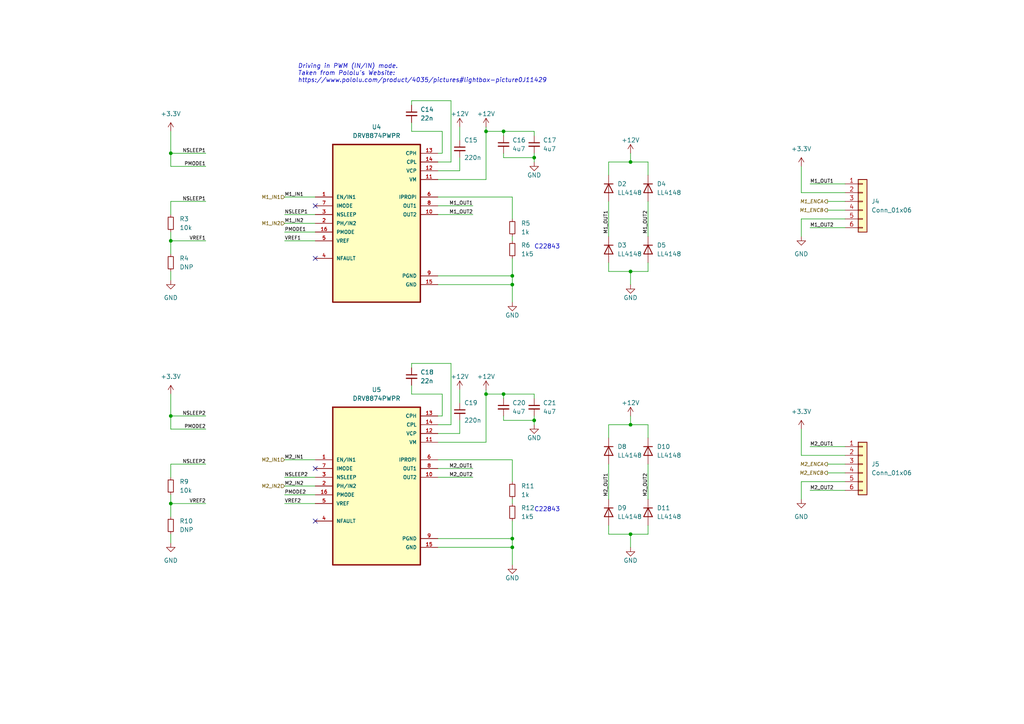
<source format=kicad_sch>
(kicad_sch (version 20211123) (generator eeschema)
  (paper "A4")
  (title_block (title "Posit: A STM32 based DC motor controller") (rev "A") (company "Sampreet SARKAR"))
  (lib_symbols
    (symbol "Connector_Generic:Conn_01x06" (pin_names (offset 1.016) hide)
      (property "Reference" "J" (at 0 7.62 0))
      (property "Value" "Conn_01x06" (at 0 -10.16 0))
      (symbol "Conn_01x06_1_1"
        (rectangle (start -1.27 -7.493) (end 0 -7.747) (stroke (width 0.1524)))
        (rectangle (start -1.27 -4.953) (end 0 -5.207) (stroke (width 0.1524)))
        (rectangle (start -1.27 -2.413) (end 0 -2.667) (stroke (width 0.1524)))
        (rectangle (start -1.27 0.127) (end 0 -0.127) (stroke (width 0.1524)))
        (rectangle (start -1.27 2.667) (end 0 2.413) (stroke (width 0.1524)))
        (rectangle (start -1.27 5.207) (end 0 4.953) (stroke (width 0.1524)))
        (rectangle (start -1.27 6.35) (end 1.27 -8.89) (stroke (width 0.254)) (fill (type background)))
        (pin passive line (at -5.08 5.08 0) (length 3.81) (name "Pin_1") (number "1"))
        (pin passive line (at -5.08 2.54 0) (length 3.81) (name "Pin_2") (number "2"))
        (pin passive line (at -5.08 0 0) (length 3.81) (name "Pin_3") (number "3"))
        (pin passive line (at -5.08 -2.54 0) (length 3.81) (name "Pin_4") (number "4"))
        (pin passive line (at -5.08 -5.08 0) (length 3.81) (name "Pin_5") (number "5"))
        (pin passive line (at -5.08 -7.62 0) (length 3.81) (name "Pin_6") (number "6"))
      )
    )
    (symbol "DRV8874PWPR:DRV8874PWPR" (pin_names (offset 1.016))
      (property "Reference" "U" (at -12.7 23.86 0))
      (property "Value" "DRV8874PWPR" (at -12.7 -26.86 0))
      (symbol "DRV8874PWPR_0_0"
        (rectangle (start -12.7 -22.86) (end 12.7 22.86) (stroke (width 0.41)) (fill (type background)))
        (pin input line (at -17.78 7.62 0) (length 5.08) (name "EN/IN1") (number "1"))
        (pin output line (at 17.78 2.54 180) (length 5.08) (name "OUT2") (number "10"))
        (pin power_in line (at 17.78 12.7 180) (length 5.08) (name "VM") (number "11"))
        (pin power_in line (at 17.78 15.24 180) (length 5.08) (name "VCP") (number "12"))
        (pin power_in line (at 17.78 20.32 180) (length 5.08) (name "CPH") (number "13"))
        (pin power_in line (at 17.78 17.78 180) (length 5.08) (name "CPL") (number "14"))
        (pin power_in line (at 17.78 -17.78 180) (length 5.08) (name "GND") (number "15"))
        (pin input line (at -17.78 -2.54 0) (length 5.08) (name "PMODE") (number "16"))
        (pin input line (at -17.78 0 0) (length 5.08) (name "PH/IN2") (number "2"))
        (pin input line (at -17.78 2.54 0) (length 5.08) (name "NSLEEP") (number "3"))
        (pin bidirectional line (at -17.78 -10.16 0) (length 5.08) (name "NFAULT") (number "4"))
        (pin input line (at -17.78 -5.08 0) (length 5.08) (name "VREF") (number "5"))
        (pin output line (at 17.78 7.62 180) (length 5.08) (name "IPROPI") (number "6"))
        (pin input line (at -17.78 5.08 0) (length 5.08) (name "IMODE") (number "7"))
        (pin output line (at 17.78 5.08 180) (length 5.08) (name "OUT1") (number "8"))
        (pin power_in line (at 17.78 -15.24 180) (length 5.08) (name "PGND") (number "9"))
      )
    )
    (symbol "Device:C_Small" (pin_numbers hide) (pin_names (offset 0.254) hide)
      (property "Reference" "C" (at 0.254 1.778 0))
      (property "Value" "C_Small" (at 0.254 -2.032 0))
      (symbol "C_Small_0_1"
        (polyline (pts (xy -1.524 -0.508) (xy 1.524 -0.508)) (stroke (width 0.3302)))
        (polyline (pts (xy -1.524 0.508) (xy 1.524 0.508)) (stroke (width 0.3048)))
      )
      (symbol "C_Small_1_1"
        (pin passive line (at 0 2.54 270) (length 2.032) (name "~") (number "1"))
        (pin passive line (at 0 -2.54 90) (length 2.032) (name "~") (number "2"))
      )
    )
    (symbol "Device:R_Small" (pin_numbers hide) (pin_names (offset 0.254) hide)
      (property "Reference" "R" (at 0.762 0.508 0))
      (property "Value" "R_Small" (at 0.762 -1.016 0))
      (symbol "R_Small_0_1"
        (rectangle (start -0.762 1.778) (end 0.762 -1.778) (stroke (width 0.2032)))
      )
      (symbol "R_Small_1_1"
        (pin passive line (at 0 2.54 270) (length 0.762) (name "~") (number "1"))
        (pin passive line (at 0 -2.54 90) (length 0.762) (name "~") (number "2"))
      )
    )
    (symbol "Diode:LL4148" (pin_numbers hide) (pin_names hide)
      (property "Reference" "D" (at 0 2.54 0))
      (property "Value" "LL4148" (at 0 -2.54 0))
      (symbol "LL4148_0_1"
        (polyline (pts (xy -1.27 1.27) (xy -1.27 -1.27)) (stroke (width 0.254)))
        (polyline (pts (xy 1.27 0) (xy -1.27 0)))
        (polyline (pts (xy 1.27 1.27) (xy 1.27 -1.27) (xy -1.27 0) (xy 1.27 1.27)) (stroke (width 0.254)))
      )
      (symbol "LL4148_1_1"
        (pin passive line (at -3.81 0 0) (length 2.54) (name "K") (number "1"))
        (pin passive line (at 3.81 0 180) (length 2.54) (name "A") (number "2"))
      )
    )
    (symbol "power:+12V" (power) (pin_names (offset 0))
      (property "Value" "+12V" (at 0 3.556 0))
      (symbol "+12V_0_1"
        (polyline (pts (xy -0.762 1.27) (xy 0 2.54)))
        (polyline (pts (xy 0 0) (xy 0 2.54)))
        (polyline (pts (xy 0 2.54) (xy 0.762 1.27)))
      )
      (symbol "+12V_1_1"
        (pin power_in line (at 0 0 90) (length 0) hide (name "+12V") (number "1"))
      )
    )
    (symbol "power:+3.3V" (power) (pin_names (offset 0))
      (property "Value" "+3.3V" (at 0 3.556 0))
      (symbol "+3.3V_0_1"
        (polyline (pts (xy -0.762 1.27) (xy 0 2.54)))
        (polyline (pts (xy 0 0) (xy 0 2.54)))
        (polyline (pts (xy 0 2.54) (xy 0.762 1.27)))
      )
      (symbol "+3.3V_1_1"
        (pin power_in line (at 0 0 90) (length 0) hide (name "+3.3V") (number "1"))
      )
    )
    (symbol "power:GND" (power) (pin_names (offset 0))
      (property "Value" "GND" (at 0 -3.81 0))
      (symbol "GND_0_1"
        (polyline (pts (xy 0 0) (xy 0 -1.27) (xy 1.27 -1.27) (xy 0 -2.54) (xy -1.27 -1.27) (xy 0 -1.27)))
      )
      (symbol "GND_1_1"
        (pin power_in line (at 0 0 270) (length 0) hide (name "GND") (number "1"))
      )
    )
  )
  (junction (at 49.53 44.45))
  (junction (at 140.97 114.3))
  (junction (at 146.05 114.3))
  (junction (at 148.59 80.01))
  (junction (at 154.94 121.92))
  (junction (at 148.59 82.55))
  (junction (at 148.59 158.75))
  (junction (at 49.53 120.65))
  (junction (at 182.88 154.94))
  (junction (at 182.88 78.74))
  (junction (at 148.59 156.21))
  (junction (at 146.05 38.1))
  (junction (at 49.53 146.05))
  (junction (at 182.88 123.19))
  (junction (at 154.94 45.72))
  (junction (at 182.88 46.99))
  (junction (at 49.53 69.85))
  (junction (at 140.97 38.1))
  (no_connect (at 91.44 59.69))
  (no_connect (at 91.44 74.93))
  (no_connect (at 91.44 135.89))
  (no_connect (at 91.44 151.13))
  (wire (pts (xy 245.11 63.5) (xy 232.41 63.5)))
  (wire (pts (xy 187.96 152.4) (xy 187.96 154.94)))
  (wire (pts (xy 245.11 55.88) (xy 232.41 55.88)))
  (wire (pts (xy 148.59 68.58) (xy 148.59 69.85)))
  (wire (pts (xy 130.81 105.41) (xy 130.81 123.19)))
  (wire (pts (xy 140.97 36.83) (xy 140.97 38.1)))
  (wire (pts (xy 130.81 29.21) (xy 130.81 46.99)))
  (wire (pts (xy 127 123.19) (xy 130.81 123.19)))
  (wire (pts (xy 154.94 120.65) (xy 154.94 121.92)))
  (wire (pts (xy 82.55 67.31) (xy 91.44 67.31)))
  (wire (pts (xy 176.53 46.99) (xy 182.88 46.99)))
  (wire (pts (xy 154.94 45.72) (xy 146.05 45.72)))
  (wire (pts (xy 49.53 44.45) (xy 49.53 48.26)))
  (wire (pts (xy 49.53 78.74) (xy 49.53 81.28)))
  (wire (pts (xy 176.53 152.4) (xy 176.53 154.94)))
  (wire (pts (xy 82.55 62.23) (xy 91.44 62.23)))
  (wire (pts (xy 140.97 38.1) (xy 140.97 52.07)))
  (wire (pts (xy 49.53 143.51) (xy 49.53 146.05)))
  (wire (pts (xy 148.59 74.93) (xy 148.59 80.01)))
  (wire (pts (xy 176.53 76.2) (xy 176.53 78.74)))
  (wire (pts (xy 154.94 121.92) (xy 146.05 121.92)))
  (wire (pts (xy 182.88 78.74) (xy 187.96 78.74)))
  (wire (pts (xy 82.55 69.85) (xy 91.44 69.85)))
  (wire (pts (xy 154.94 114.3) (xy 154.94 115.57)))
  (wire (pts (xy 49.53 38.1) (xy 49.53 44.45)))
  (wire (pts (xy 128.27 120.65) (xy 128.27 114.3)))
  (wire (pts (xy 182.88 154.94) (xy 182.88 158.75)))
  (wire (pts (xy 127 52.07) (xy 140.97 52.07)))
  (wire (pts (xy 133.35 36.83) (xy 133.35 40.64)))
  (wire (pts (xy 182.88 78.74) (xy 182.88 82.55)))
  (wire (pts (xy 146.05 114.3) (xy 154.94 114.3)))
  (wire (pts (xy 49.53 146.05) (xy 59.69 146.05)))
  (wire (pts (xy 49.53 69.85) (xy 59.69 69.85)))
  (wire (pts (xy 130.81 29.21) (xy 119.38 29.21)))
  (wire (pts (xy 245.11 139.7) (xy 232.41 139.7)))
  (wire (pts (xy 127 80.01) (xy 148.59 80.01)))
  (wire (pts (xy 148.59 80.01) (xy 148.59 82.55)))
  (wire (pts (xy 127 82.55) (xy 148.59 82.55)))
  (wire (pts (xy 146.05 38.1) (xy 140.97 38.1)))
  (wire (pts (xy 176.53 123.19) (xy 182.88 123.19)))
  (wire (pts (xy 140.97 113.03) (xy 140.97 114.3)))
  (wire (pts (xy 146.05 115.57) (xy 146.05 114.3)))
  (wire (pts (xy 119.38 29.21) (xy 119.38 30.48)))
  (wire (pts (xy 127 125.73) (xy 133.35 125.73)))
  (wire (pts (xy 176.53 154.94) (xy 182.88 154.94)))
  (wire (pts (xy 232.41 124.46) (xy 232.41 132.08)))
  (wire (pts (xy 182.88 44.45) (xy 182.88 46.99)))
  (wire (pts (xy 49.53 58.42) (xy 59.69 58.42)))
  (wire (pts (xy 127 158.75) (xy 148.59 158.75)))
  (wire (pts (xy 140.97 114.3) (xy 140.97 128.27)))
  (wire (pts (xy 176.53 46.99) (xy 176.53 50.8)))
  (wire (pts (xy 240.03 134.62) (xy 245.11 134.62)))
  (wire (pts (xy 146.05 39.37) (xy 146.05 38.1)))
  (wire (pts (xy 49.53 58.42) (xy 49.53 62.23)))
  (wire (pts (xy 245.11 132.08) (xy 232.41 132.08)))
  (wire (pts (xy 82.55 143.51) (xy 91.44 143.51)))
  (wire (pts (xy 127 46.99) (xy 130.81 46.99)))
  (wire (pts (xy 49.53 67.31) (xy 49.53 69.85)))
  (wire (pts (xy 240.03 60.96) (xy 245.11 60.96)))
  (wire (pts (xy 127 44.45) (xy 128.27 44.45)))
  (wire (pts (xy 127 57.15) (xy 148.59 57.15)))
  (wire (pts (xy 148.59 151.13) (xy 148.59 156.21)))
  (wire (pts (xy 49.53 120.65) (xy 59.69 120.65)))
  (wire (pts (xy 49.53 134.62) (xy 59.69 134.62)))
  (wire (pts (xy 127 49.53) (xy 133.35 49.53)))
  (wire (pts (xy 82.55 57.15) (xy 91.44 57.15)))
  (wire (pts (xy 187.96 58.42) (xy 187.96 68.58)))
  (wire (pts (xy 146.05 121.92) (xy 146.05 120.65)))
  (wire (pts (xy 182.88 120.65) (xy 182.88 123.19)))
  (wire (pts (xy 232.41 48.26) (xy 232.41 55.88)))
  (wire (pts (xy 82.55 64.77) (xy 91.44 64.77)))
  (wire (pts (xy 176.53 134.62) (xy 176.53 144.78)))
  (wire (pts (xy 232.41 139.7) (xy 232.41 144.78)))
  (wire (pts (xy 187.96 76.2) (xy 187.96 78.74)))
  (wire (pts (xy 146.05 45.72) (xy 146.05 44.45)))
  (wire (pts (xy 148.59 133.35) (xy 148.59 139.7)))
  (wire (pts (xy 49.53 120.65) (xy 49.53 124.46)))
  (wire (pts (xy 127 133.35) (xy 148.59 133.35)))
  (wire (pts (xy 49.53 154.94) (xy 49.53 157.48)))
  (wire (pts (xy 133.35 113.03) (xy 133.35 116.84)))
  (wire (pts (xy 187.96 134.62) (xy 187.96 144.78)))
  (wire (pts (xy 148.59 158.75) (xy 148.59 163.83)))
  (wire (pts (xy 82.55 138.43) (xy 91.44 138.43)))
  (wire (pts (xy 182.88 123.19) (xy 187.96 123.19)))
  (wire (pts (xy 148.59 156.21) (xy 148.59 158.75)))
  (wire (pts (xy 176.53 123.19) (xy 176.53 127)))
  (wire (pts (xy 154.94 44.45) (xy 154.94 45.72)))
  (wire (pts (xy 176.53 78.74) (xy 182.88 78.74)))
  (wire (pts (xy 127 59.69) (xy 137.16 59.69)))
  (wire (pts (xy 49.53 146.05) (xy 49.53 149.86)))
  (wire (pts (xy 148.59 82.55) (xy 148.59 87.63)))
  (wire (pts (xy 187.96 123.19) (xy 187.96 127)))
  (wire (pts (xy 154.94 121.92) (xy 154.94 123.19)))
  (wire (pts (xy 82.55 140.97) (xy 91.44 140.97)))
  (wire (pts (xy 148.59 57.15) (xy 148.59 63.5)))
  (wire (pts (xy 148.59 144.78) (xy 148.59 146.05)))
  (wire (pts (xy 133.35 125.73) (xy 133.35 121.92)))
  (wire (pts (xy 240.03 58.42) (xy 245.11 58.42)))
  (wire (pts (xy 49.53 114.3) (xy 49.53 120.65)))
  (wire (pts (xy 234.95 129.54) (xy 245.11 129.54)))
  (wire (pts (xy 127 135.89) (xy 137.16 135.89)))
  (wire (pts (xy 127 120.65) (xy 128.27 120.65)))
  (wire (pts (xy 127 156.21) (xy 148.59 156.21)))
  (wire (pts (xy 133.35 49.53) (xy 133.35 45.72)))
  (wire (pts (xy 234.95 53.34) (xy 245.11 53.34)))
  (wire (pts (xy 82.55 133.35) (xy 91.44 133.35)))
  (wire (pts (xy 127 138.43) (xy 137.16 138.43)))
  (wire (pts (xy 127 128.27) (xy 140.97 128.27)))
  (wire (pts (xy 49.53 48.26) (xy 59.69 48.26)))
  (wire (pts (xy 128.27 44.45) (xy 128.27 38.1)))
  (wire (pts (xy 49.53 44.45) (xy 59.69 44.45)))
  (wire (pts (xy 232.41 63.5) (xy 232.41 68.58)))
  (wire (pts (xy 234.95 142.24) (xy 245.11 142.24)))
  (wire (pts (xy 154.94 45.72) (xy 154.94 46.99)))
  (wire (pts (xy 176.53 58.42) (xy 176.53 68.58)))
  (wire (pts (xy 119.38 111.76) (xy 119.38 114.3)))
  (wire (pts (xy 240.03 137.16) (xy 245.11 137.16)))
  (wire (pts (xy 82.55 146.05) (xy 91.44 146.05)))
  (wire (pts (xy 49.53 124.46) (xy 59.69 124.46)))
  (wire (pts (xy 49.53 69.85) (xy 49.53 73.66)))
  (wire (pts (xy 128.27 114.3) (xy 119.38 114.3)))
  (wire (pts (xy 182.88 154.94) (xy 187.96 154.94)))
  (wire (pts (xy 127 62.23) (xy 137.16 62.23)))
  (wire (pts (xy 130.81 105.41) (xy 119.38 105.41)))
  (wire (pts (xy 49.53 134.62) (xy 49.53 138.43)))
  (wire (pts (xy 119.38 105.41) (xy 119.38 106.68)))
  (wire (pts (xy 146.05 114.3) (xy 140.97 114.3)))
  (wire (pts (xy 187.96 46.99) (xy 187.96 50.8)))
  (wire (pts (xy 182.88 46.99) (xy 187.96 46.99)))
  (wire (pts (xy 234.95 66.04) (xy 245.11 66.04)))
  (wire (pts (xy 146.05 38.1) (xy 154.94 38.1)))
  (wire (pts (xy 128.27 38.1) (xy 119.38 38.1)))
  (wire (pts (xy 154.94 38.1) (xy 154.94 39.37)))
  (wire (pts (xy 119.38 35.56) (xy 119.38 38.1)))
  (text "C22843" (at 154.94 148.59 0) (effects (font (size 1.27 1.27)) (justify left bottom)))
  (text "C22843" (at 154.94 72.39 0) (effects (font (size 1.27 1.27)) (justify left bottom)))
  (text "Driving in PWM (IN/IN) mode.\nTaken from Pololu's Website:\nhttps://www.pololu.com/product/4035/pictures#lightbox-picture0J11429" (at 86.36 24.13 0) (effects (font (size 1.27 1.27) italic) (justify left bottom)))
  (label "M1_IN2" (at 82.55 64.77 0) (effects (font (size 1 1))))
  (label "NSLEEP2" (at 59.69 120.65 180) (effects (font (size 1 1))))
  (label "M1_OUT1" (at 176.53 60.96 270) (effects (font (size 1 1))))
  (label "M2_OUT1" (at 234.95 129.54 0) (effects (font (size 1 1))))
  (label "NSLEEP2" (at 82.55 138.43 0) (effects (font (size 1 1))))
  (label "NSLEEP1" (at 82.55 62.23 0) (effects (font (size 1 1))))
  (label "M1_OUT1" (at 137.16 59.69 180) (effects (font (size 1 1))))
  (label "PMODE1" (at 59.69 48.26 180) (effects (font (size 1 1))))
  (label "PMODE2" (at 82.55 143.51 0) (effects (font (size 1 1))))
  (label "VREF1" (at 82.55 69.85 0) (effects (font (size 1 1))))
  (label "PMODE2" (at 59.69 124.46 180) (effects (font (size 1 1))))
  (label "M2_IN2" (at 82.55 140.97 0) (effects (font (size 1 1))))
  (label "NSLEEP1" (at 59.69 44.45 180) (effects (font (size 1 1))))
  (label "M2_OUT2" (at 187.96 137.16 270) (effects (font (size 1 1))))
  (label "VREF1" (at 59.69 69.85 180) (effects (font (size 1 1))))
  (label "M2_OUT1" (at 176.53 137.16 270) (effects (font (size 1 1))))
  (label "M2_OUT2" (at 234.95 142.24 0) (effects (font (size 1 1))))
  (label "M2_OUT1" (at 137.16 135.89 180) (effects (font (size 1 1))))
  (label "VREF2" (at 59.69 146.05 180) (effects (font (size 1 1))))
  (label "M1_OUT1" (at 234.95 53.34 0) (effects (font (size 1 1))))
  (label "NSLEEP1" (at 59.69 58.42 180) (effects (font (size 1 1))))
  (label "M1_IN1" (at 82.55 57.15 0) (effects (font (size 1 1))))
  (label "M2_IN1" (at 82.55 133.35 0) (effects (font (size 1 1))))
  (label "VREF2" (at 82.55 146.05 0) (effects (font (size 1 1))))
  (label "M1_OUT2" (at 137.16 62.23 180) (effects (font (size 1 1))))
  (label "PMODE1" (at 82.55 67.31 0) (effects (font (size 1 1))))
  (label "M2_OUT2" (at 137.16 138.43 180) (effects (font (size 1 1))))
  (label "M1_OUT2" (at 187.96 60.96 270) (effects (font (size 1 1))))
  (label "M1_OUT2" (at 234.95 66.04 0) (effects (font (size 1 1))))
  (label "NSLEEP2" (at 59.69 134.62 180) (effects (font (size 1 1))))
  (hierarchical_label "M1_ENCA" (shape output) (at 240.03 58.42 180) (effects (font (size 1 1) italic)))
  (hierarchical_label "M1_ENCB" (shape output) (at 240.03 60.96 180) (effects (font (size 1 1) italic)))
  (hierarchical_label "M2_IN2" (shape input) (at 82.55 140.97 180) (effects (font (size 1 1))))
  (hierarchical_label "M1_IN1" (shape input) (at 82.55 57.15 180) (effects (font (size 1 1))))
  (hierarchical_label "M1_IN2" (shape input) (at 82.55 64.77 180) (effects (font (size 1 1))))
  (hierarchical_label "M2_ENCB" (shape output) (at 240.03 137.16 180) (effects (font (size 1 1) italic)))
  (hierarchical_label "M2_IN1" (shape input) (at 82.55 133.35 180) (effects (font (size 1 1))))
  (hierarchical_label "M2_ENCA" (shape output) (at 240.03 134.62 180) (effects (font (size 1 1) italic)))
  (symbol (lib_id "Device:R_Small") (at 148.59 142.24 0) (unit 1)
    (property "Reference" "R11" (at 151.13 140.9699 0) (effects (justify left)))
    (property "Value" "1k" (at 151.13 143.5099 0) (effects (justify left)))
    (property "Footprint" "Resistor_SMD:R_0603_1608Metric" (effects hide))
  )
  (symbol (lib_id "Connector_Generic:Conn_01x06") (at 250.19 58.42 0) (unit 1)
    (property "Reference" "J4" (at 252.73 58.4199 0) (effects (justify left)))
    (property "Value" "Conn_01x06" (at 252.73 60.9599 0) (effects (justify left)))
    (property "Footprint" "Connector_JST:JST_PH_S6B-PH-K_1x06_P2.00mm_Horizontal" (effects hide))
  )
  (symbol (lib_id "power:GND") (at 49.53 157.48 0) (unit 1)
    (property "Reference" "#PWR044" (effects hide))
    (property "Value" "GND" (at 49.53 162.56 0))
  )
  (symbol (lib_id "Device:R_Small") (at 148.59 66.04 0) (unit 1)
    (property "Reference" "R5" (at 151.13 64.7699 0) (effects (justify left)))
    (property "Value" "1k" (at 151.13 67.3099 0) (effects (justify left)))
    (property "Footprint" "Resistor_SMD:R_0603_1608Metric" (effects hide))
  )
  (symbol (lib_id "Device:C_Small") (at 133.35 119.38 0) (unit 1)
    (property "Reference" "C19" (at 134.62 116.84 0) (effects (justify left)))
    (property "Value" "220n" (at 134.62 121.92 0) (effects (justify left)))
    (property "Footprint" "Capacitor_SMD:C_0603_1608Metric" (effects hide))
  )
  (symbol (lib_id "Device:R_Small") (at 148.59 148.59 0) (unit 1)
    (property "Reference" "R12" (at 151.13 147.3199 0) (effects (justify left)))
    (property "Value" "1k5" (at 151.13 149.8599 0) (effects (justify left)))
    (property "Footprint" "Resistor_SMD:R_0603_1608Metric" (effects hide))
  )
  (symbol (lib_id "power:+12V") (at 140.97 113.03 0) (unit 1)
    (property "Reference" "#PWR046" (effects hide))
    (property "Value" "+12V" (at 140.97 109.22 0))
  )
  (symbol (lib_id "DRV8874PWPR:DRV8874PWPR") (at 109.22 140.97 0) (unit 1)
    (property "Reference" "U5" (at 109.22 113.03 0))
    (property "Value" "DRV8874PWPR" (at 109.22 115.57 0))
    (property "Footprint" "DRV8874PWPR:SOP65P640X120-17N" (effects hide))
  )
  (symbol (lib_id "Diode:LL4148") (at 176.53 72.39 270) (unit 1)
    (property "Reference" "D3" (at 179.07 71.1199 90) (effects (justify left)))
    (property "Value" "LL4148" (at 179.07 73.6599 90) (effects (justify left)))
    (property "Footprint" "Diode_SMD:D_MiniMELF" (effects hide))
    (property "Datasheet" "http://www.vishay.com/docs/85557/ll4148.pdf" (effects hide))
  )
  (symbol (lib_id "power:+12V") (at 182.88 120.65 0) (unit 1)
    (property "Reference" "#PWR049" (effects hide))
    (property "Value" "+12V" (at 182.88 116.84 0))
  )
  (symbol (lib_id "power:GND") (at 182.88 158.75 0) (unit 1)
    (property "Reference" "#PWR050" (effects hide))
    (property "Value" "GND" (at 182.88 162.56 0))
  )
  (symbol (lib_id "power:+12V") (at 133.35 113.03 0) (unit 1)
    (property "Reference" "#PWR045" (effects hide))
    (property "Value" "+12V" (at 133.35 109.22 0))
  )
  (symbol (lib_id "Device:R_Small") (at 49.53 140.97 0) (unit 1)
    (property "Reference" "R9" (at 52.07 139.6999 0) (effects (justify left)))
    (property "Value" "10k" (at 52.07 142.2399 0) (effects (justify left)))
    (property "Footprint" "Resistor_SMD:R_0603_1608Metric" (effects hide))
  )
  (symbol (lib_id "power:+12V") (at 140.97 36.83 0) (unit 1)
    (property "Reference" "#PWR034" (effects hide))
    (property "Value" "+12V" (at 140.97 33.02 0))
  )
  (symbol (lib_id "Device:C_Small") (at 119.38 109.22 0) (unit 1)
    (property "Reference" "C18" (at 121.92 107.9562 0) (effects (justify left)))
    (property "Value" "22n" (at 121.92 110.4962 0) (effects (justify left)))
    (property "Footprint" "Capacitor_SMD:C_0603_1608Metric" (effects hide))
  )
  (symbol (lib_id "Device:R_Small") (at 148.59 72.39 0) (unit 1)
    (property "Reference" "R6" (at 151.13 71.1199 0) (effects (justify left)))
    (property "Value" "1k5" (at 151.13 73.6599 0) (effects (justify left)))
    (property "Footprint" "Resistor_SMD:R_0603_1608Metric" (effects hide))
  )
  (symbol (lib_id "power:GND") (at 232.41 144.78 0) (unit 1)
    (property "Reference" "#PWR052" (effects hide))
    (property "Value" "GND" (at 232.41 149.86 0))
  )
  (symbol (lib_id "power:GND") (at 148.59 87.63 0) (unit 1)
    (property "Reference" "#PWR035" (effects hide))
    (property "Value" "GND" (at 148.59 91.44 0))
  )
  (symbol (lib_id "power:GND") (at 182.88 82.55 0) (unit 1)
    (property "Reference" "#PWR038" (effects hide))
    (property "Value" "GND" (at 182.88 86.36 0))
  )
  (symbol (lib_id "Diode:LL4148") (at 187.96 54.61 270) (unit 1)
    (property "Reference" "D4" (at 190.5 53.3399 90) (effects (justify left)))
    (property "Value" "LL4148" (at 190.5 55.8799 90) (effects (justify left)))
    (property "Footprint" "Diode_SMD:D_MiniMELF" (effects hide))
    (property "Datasheet" "http://www.vishay.com/docs/85557/ll4148.pdf" (effects hide))
  )
  (symbol (lib_id "Device:C_Small") (at 119.38 33.02 0) (unit 1)
    (property "Reference" "C14" (at 121.92 31.7562 0) (effects (justify left)))
    (property "Value" "22n" (at 121.92 34.2962 0) (effects (justify left)))
    (property "Footprint" "Capacitor_SMD:C_0603_1608Metric" (effects hide))
  )
  (symbol (lib_id "Device:C_Small") (at 154.94 41.91 0) (unit 1)
    (property "Reference" "C17" (at 157.48 40.6462 0) (effects (justify left)))
    (property "Value" "4u7" (at 157.48 43.1862 0) (effects (justify left)))
    (property "Footprint" "Capacitor_SMD:C_0805_2012Metric" (effects hide))
  )
  (symbol (lib_id "power:GND") (at 148.59 163.83 0) (unit 1)
    (property "Reference" "#PWR047" (effects hide))
    (property "Value" "GND" (at 148.59 167.64 0))
  )
  (symbol (lib_id "power:+3.3V") (at 49.53 38.1 0) (unit 1)
    (property "Reference" "#PWR031" (effects hide))
    (property "Value" "+3.3V" (at 49.53 33.02 0))
  )
  (symbol (lib_id "Diode:LL4148") (at 187.96 130.81 270) (unit 1)
    (property "Reference" "D10" (at 190.5 129.5399 90) (effects (justify left)))
    (property "Value" "LL4148" (at 190.5 132.0799 90) (effects (justify left)))
    (property "Footprint" "Diode_SMD:D_MiniMELF" (effects hide))
    (property "Datasheet" "http://www.vishay.com/docs/85557/ll4148.pdf" (effects hide))
  )
  (symbol (lib_id "Connector_Generic:Conn_01x06") (at 250.19 134.62 0) (unit 1)
    (property "Reference" "J5" (at 252.73 134.6199 0) (effects (justify left)))
    (property "Value" "Conn_01x06" (at 252.73 137.1599 0) (effects (justify left)))
    (property "Footprint" "Connector_JST:JST_PH_S6B-PH-K_1x06_P2.00mm_Horizontal" (effects hide))
  )
  (symbol (lib_id "Device:C_Small") (at 133.35 43.18 0) (unit 1)
    (property "Reference" "C15" (at 134.62 40.64 0) (effects (justify left)))
    (property "Value" "220n" (at 134.62 45.72 0) (effects (justify left)))
    (property "Footprint" "Capacitor_SMD:C_0603_1608Metric" (effects hide))
  )
  (symbol (lib_id "Diode:LL4148") (at 176.53 130.81 270) (unit 1)
    (property "Reference" "D8" (at 179.07 129.5399 90) (effects (justify left)))
    (property "Value" "LL4148" (at 179.07 132.0799 90) (effects (justify left)))
    (property "Footprint" "Diode_SMD:D_MiniMELF" (effects hide))
    (property "Datasheet" "http://www.vishay.com/docs/85557/ll4148.pdf" (effects hide))
  )
  (symbol (lib_id "power:+3.3V") (at 49.53 114.3 0) (unit 1)
    (property "Reference" "#PWR043" (effects hide))
    (property "Value" "+3.3V" (at 49.53 109.22 0))
  )
  (symbol (lib_id "Device:C_Small") (at 154.94 118.11 0) (unit 1)
    (property "Reference" "C21" (at 157.48 116.8462 0) (effects (justify left)))
    (property "Value" "4u7" (at 157.48 119.3862 0) (effects (justify left)))
    (property "Footprint" "Capacitor_SMD:C_0805_2012Metric" (effects hide))
  )
  (symbol (lib_id "Diode:LL4148") (at 176.53 148.59 270) (unit 1)
    (property "Reference" "D9" (at 179.07 147.3199 90) (effects (justify left)))
    (property "Value" "LL4148" (at 179.07 149.8599 90) (effects (justify left)))
    (property "Footprint" "Diode_SMD:D_MiniMELF" (effects hide))
    (property "Datasheet" "http://www.vishay.com/docs/85557/ll4148.pdf" (effects hide))
  )
  (symbol (lib_id "power:+3.3V") (at 232.41 124.46 0) (unit 1)
    (property "Reference" "#PWR051" (effects hide))
    (property "Value" "+3.3V" (at 232.41 119.38 0))
  )
  (symbol (lib_id "Diode:LL4148") (at 176.53 54.61 270) (unit 1)
    (property "Reference" "D2" (at 179.07 53.3399 90) (effects (justify left)))
    (property "Value" "LL4148" (at 179.07 55.8799 90) (effects (justify left)))
    (property "Footprint" "Diode_SMD:D_MiniMELF" (effects hide))
    (property "Datasheet" "http://www.vishay.com/docs/85557/ll4148.pdf" (effects hide))
  )
  (symbol (lib_id "power:GND") (at 232.41 68.58 0) (unit 1)
    (property "Reference" "#PWR040" (effects hide))
    (property "Value" "GND" (at 232.41 73.66 0))
  )
  (symbol (lib_id "Diode:LL4148") (at 187.96 148.59 270) (unit 1)
    (property "Reference" "D11" (at 190.5 147.3199 90) (effects (justify left)))
    (property "Value" "LL4148" (at 190.5 149.8599 90) (effects (justify left)))
    (property "Footprint" "Diode_SMD:D_MiniMELF" (effects hide))
    (property "Datasheet" "http://www.vishay.com/docs/85557/ll4148.pdf" (effects hide))
  )
  (symbol (lib_id "Device:C_Small") (at 146.05 118.11 0) (unit 1)
    (property "Reference" "C20" (at 148.59 116.8462 0) (effects (justify left)))
    (property "Value" "4u7" (at 148.59 119.3862 0) (effects (justify left)))
    (property "Footprint" "Capacitor_SMD:C_0805_2012Metric" (effects hide))
  )
  (symbol (lib_id "power:GND") (at 49.53 81.28 0) (unit 1)
    (property "Reference" "#PWR032" (effects hide))
    (property "Value" "GND" (at 49.53 86.36 0))
  )
  (symbol (lib_id "Diode:LL4148") (at 187.96 72.39 270) (unit 1)
    (property "Reference" "D5" (at 190.5 71.1199 90) (effects (justify left)))
    (property "Value" "LL4148" (at 190.5 73.6599 90) (effects (justify left)))
    (property "Footprint" "Diode_SMD:D_MiniMELF" (effects hide))
    (property "Datasheet" "http://www.vishay.com/docs/85557/ll4148.pdf" (effects hide))
  )
  (symbol (lib_id "Device:R_Small") (at 49.53 76.2 0) (unit 1)
    (property "Reference" "R4" (at 52.07 74.9299 0) (effects (justify left)))
    (property "Value" "DNP" (at 52.07 77.4699 0) (effects (justify left)))
    (property "Footprint" "Resistor_SMD:R_0603_1608Metric" (effects hide))
  )
  (symbol (lib_id "power:GND") (at 154.94 46.99 0) (unit 1)
    (property "Reference" "#PWR036" (effects hide))
    (property "Value" "GND" (at 154.94 50.8 0))
  )
  (symbol (lib_id "power:+12V") (at 133.35 36.83 0) (unit 1)
    (property "Reference" "#PWR033" (effects hide))
    (property "Value" "+12V" (at 133.35 33.02 0))
  )
  (symbol (lib_id "DRV8874PWPR:DRV8874PWPR") (at 109.22 64.77 0) (unit 1)
    (property "Reference" "U4" (at 109.22 36.83 0))
    (property "Value" "DRV8874PWPR" (at 109.22 39.37 0))
    (property "Footprint" "DRV8874PWPR:SOP65P640X120-17N" (effects hide))
  )
  (symbol (lib_id "power:+12V") (at 182.88 44.45 0) (unit 1)
    (property "Reference" "#PWR037" (effects hide))
    (property "Value" "+12V" (at 182.88 40.64 0))
  )
  (symbol (lib_id "Device:R_Small") (at 49.53 152.4 0) (unit 1)
    (property "Reference" "R10" (at 52.07 151.1299 0) (effects (justify left)))
    (property "Value" "DNP" (at 52.07 153.6699 0) (effects (justify left)))
    (property "Footprint" "Resistor_SMD:R_0603_1608Metric" (effects hide))
  )
  (symbol (lib_id "Device:R_Small") (at 49.53 64.77 0) (unit 1)
    (property "Reference" "R3" (at 52.07 63.4999 0) (effects (justify left)))
    (property "Value" "10k" (at 52.07 66.0399 0) (effects (justify left)))
    (property "Footprint" "Resistor_SMD:R_0603_1608Metric" (effects hide))
  )
  (symbol (lib_id "Device:C_Small") (at 146.05 41.91 0) (unit 1)
    (property "Reference" "C16" (at 148.59 40.6462 0) (effects (justify left)))
    (property "Value" "4u7" (at 148.59 43.1862 0) (effects (justify left)))
    (property "Footprint" "Capacitor_SMD:C_0805_2012Metric" (effects hide))
  )
  (symbol (lib_id "power:+3.3V") (at 232.41 48.26 0) (unit 1)
    (property "Reference" "#PWR039" (effects hide))
    (property "Value" "+3.3V" (at 232.41 43.18 0))
  )
  (symbol (lib_id "power:GND") (at 154.94 123.19 0) (unit 1)
    (property "Reference" "#PWR048" (effects hide))
    (property "Value" "GND" (at 154.94 127 0))
  )
)
</source>
